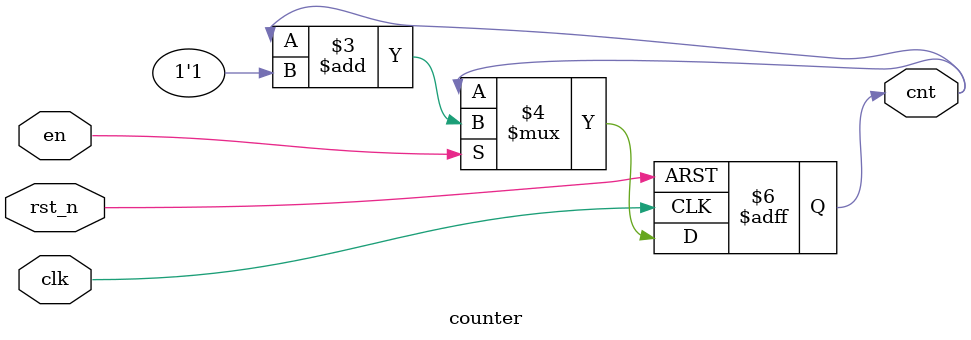
<source format=v>

`include "config.vh"

`ifdef  USE_STRUCTURAL_IMPLEMENTATION

module counter
# (
    parameter w = 1
) 
(
    input            clk,
    input            rst_n,
    input            en,
    output [w - 1:0] cnt
);

    wire [w - 1:0] q;
    wire [w - 1:0] d = q + 1'b1;

    register # (w) i_reg (clk, rst_n, en, d, q);
    
    assign cnt = q;

endmodule

`else

module counter
# (
    parameter w = 1
) 
(
    input                clk,
    input                rst_n,
    input                en,
    output reg [w - 1:0] cnt
);

    always @ (posedge clk or negedge rst_n)
        if (! rst_n)
            cnt <= { w { 1'b0 } };
        else if (en)
            cnt <= cnt + 1'b1;

endmodule

`endif

</source>
